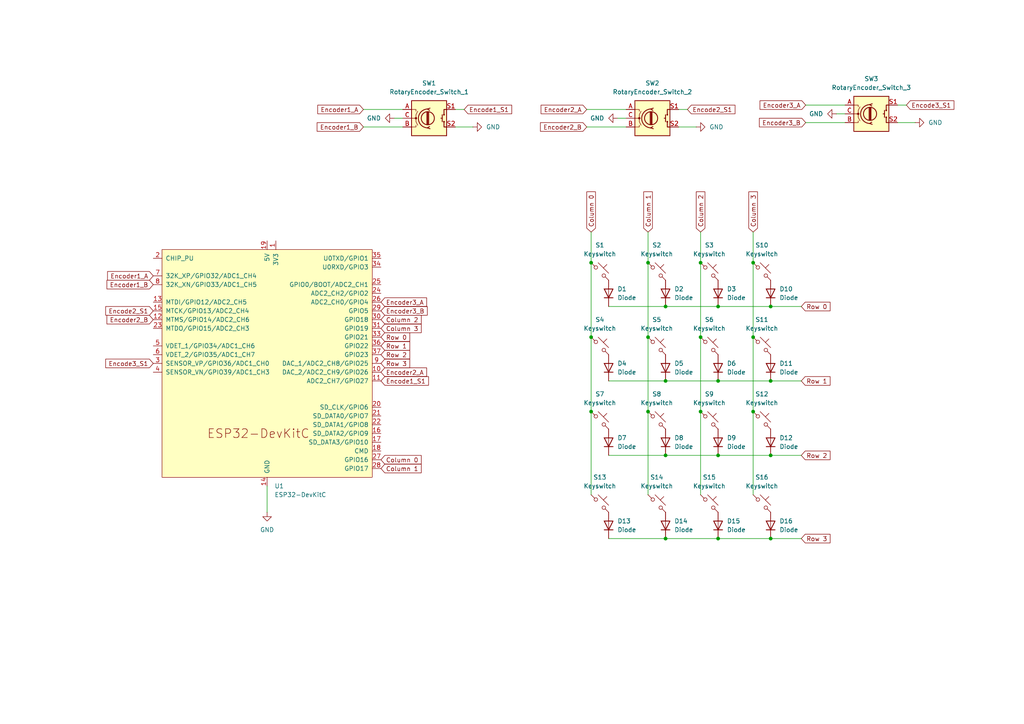
<source format=kicad_sch>
(kicad_sch (version 20250114) (generator "eeschema") (generator_version "9.0")
  (paper "A4")
  (title_block (title "MacroPad") (date "2025-05-19") (rev "0"))
  (lib_symbols
    (symbol "Device:RotaryEncoder_Switch" (pin_names (offset 0.254) (hide yes))
      (property "Reference" "SW" (at 0 6.604 0))
      (property "Value" "RotaryEncoder_Switch" (at 0 -6.604 0))
      (symbol "RotaryEncoder_Switch_0_1"
        (rectangle (start -5.08 5.08) (end 5.08 -5.08) (stroke (width 0.254)) (fill (type background)))
        (polyline (pts (xy -5.08 2.54) (xy -3.81 2.54) (xy -3.81 2.032)))
        (polyline (pts (xy -5.08 0) (xy -3.81 0) (xy -3.81 -1.016) (xy -3.302 -2.032)))
        (polyline (pts (xy -5.08 -2.54) (xy -3.81 -2.54) (xy -3.81 -2.032)))
        (polyline (pts (xy -4.318 0) (xy -3.81 0) (xy -3.81 1.016) (xy -3.302 2.032)))
        (circle (center -3.81 0) (radius 0.254) (fill (type outline)))
        (polyline (pts (xy -0.635 -1.778) (xy -0.635 1.778)) (stroke (width 0.254)))
        (circle (center -0.381 0) (radius 1.905) (stroke (width 0.254)))
        (polyline (pts (xy -0.381 -1.778) (xy -0.381 1.778)) (stroke (width 0.254)))
        (arc (start -0.381 -2.794) (mid -3.0988 -0.0635) (end -0.381 2.667) (stroke (width 0.254)))
        (polyline (pts (xy -0.127 1.778) (xy -0.127 -1.778)) (stroke (width 0.254)))
        (polyline (pts (xy 0.254 2.921) (xy -0.508 2.667) (xy 0.127 2.286)) (stroke (width 0.254)))
        (polyline (pts (xy 0.254 -3.048) (xy -0.508 -2.794) (xy 0.127 -2.413)) (stroke (width 0.254)))
        (polyline (pts (xy 3.81 1.016) (xy 3.81 -1.016)) (stroke (width 0.254)))
        (polyline (pts (xy 3.81 0) (xy 3.429 0)) (stroke (width 0.254)))
        (circle (center 4.318 1.016) (radius 0.127) (stroke (width 0.254)))
        (circle (center 4.318 -1.016) (radius 0.127) (stroke (width 0.254)))
        (polyline (pts (xy 5.08 2.54) (xy 4.318 2.54) (xy 4.318 1.016)) (stroke (width 0.254)))
        (polyline (pts (xy 5.08 -2.54) (xy 4.318 -2.54) (xy 4.318 -1.016)) (stroke (width 0.254)))
      )
      (symbol "RotaryEncoder_Switch_1_1"
        (pin passive line (at -7.62 2.54 0) (length 2.54) (name "A") (number "A"))
        (pin passive line (at -7.62 0 0) (length 2.54) (name "C") (number "C"))
        (pin passive line (at -7.62 -2.54 0) (length 2.54) (name "B") (number "B"))
        (pin passive line (at 7.62 2.54 180) (length 2.54) (name "S1") (number "S1"))
        (pin passive line (at 7.62 -2.54 180) (length 2.54) (name "S2") (number "S2"))
      )
    )
    (symbol "PCM_Espressif:ESP32-DevKitC" (pin_names (offset 1.016))
      (property "Reference" "U" (at -30.48 38.1 0))
      (property "Value" "ESP32-DevKitC" (at -30.48 35.56 0))
      (symbol "ESP32-DevKitC_0_0"
        (text "ESP32-DevKitC" (at -2.54 -20.32 0) (effects (font (size 2.54 2.54))))
        (pin power_in line (at 0 35.56 270) (length 2.54) (name "5V") (number "19"))
        (pin power_in line (at 0 -35.56 90) (length 2.54) (name "GND") (number "14"))
      )
      (symbol "ESP32-DevKitC_0_1"
        (rectangle (start -30.48 33.02) (end 30.48 -33.02) (fill (type background)))
      )
      (symbol "ESP32-DevKitC_1_1"
        (pin input line (at -33.02 30.48 0) (length 2.54) (name "CHIP_PU") (number "2"))
        (pin bidirectional line (at -33.02 25.4 0) (length 2.54) (name "32K_XP/GPIO32/ADC1_CH4") (number "7"))
        (pin bidirectional line (at -33.02 22.86 0) (length 2.54) (name "32K_XN/GPIO33/ADC1_CH5") (number "8"))
        (pin bidirectional line (at -33.02 17.78 0) (length 2.54) (name "MTDI/GPIO12/ADC2_CH5") (number "13"))
        (pin bidirectional line (at -33.02 15.24 0) (length 2.54) (name "MTCK/GPIO13/ADC2_CH4") (number "15"))
        (pin bidirectional line (at -33.02 12.7 0) (length 2.54) (name "MTMS/GPIO14/ADC2_CH6") (number "12"))
        (pin bidirectional line (at -33.02 10.16 0) (length 2.54) (name "MTDO/GPIO15/ADC2_CH3") (number "23"))
        (pin input line (at -33.02 5.08 0) (length 2.54) (name "VDET_1/GPIO34/ADC1_CH6") (number "5"))
        (pin input line (at -33.02 2.54 0) (length 2.54) (name "VDET_2/GPIO35/ADC1_CH7") (number "6"))
        (pin input line (at -33.02 0 0) (length 2.54) (name "SENSOR_VP/GPIO36/ADC1_CH0") (number "3"))
        (pin input line (at -33.02 -2.54 0) (length 2.54) (name "SENSOR_VN/GPIO39/ADC1_CH3") (number "4"))
        (pin passive line (at 0 -35.56 90) (length 2.54) (hide yes) (name "GND") (number "32"))
        (pin passive line (at 0 -35.56 90) (length 2.54) (hide yes) (name "GND") (number "38"))
        (pin power_in line (at 2.54 35.56 270) (length 2.54) (name "3V3") (number "1"))
        (pin bidirectional line (at 33.02 30.48 180) (length 2.54) (name "U0TXD/GPIO1") (number "35"))
        (pin bidirectional line (at 33.02 27.94 180) (length 2.54) (name "U0RXD/GPIO3") (number "34"))
        (pin bidirectional line (at 33.02 22.86 180) (length 2.54) (name "GPIO0/BOOT/ADC2_CH1") (number "25"))
        (pin bidirectional line (at 33.02 20.32 180) (length 2.54) (name "ADC2_CH2/GPIO2") (number "24"))
        (pin bidirectional line (at 33.02 17.78 180) (length 2.54) (name "ADC2_CH0/GPIO4") (number "26"))
        (pin bidirectional line (at 33.02 15.24 180) (length 2.54) (name "GPIO5") (number "29"))
        (pin bidirectional line (at 33.02 12.7 180) (length 2.54) (name "GPIO18") (number "30"))
        (pin bidirectional line (at 33.02 10.16 180) (length 2.54) (name "GPIO19") (number "31"))
        (pin bidirectional line (at 33.02 7.62 180) (length 2.54) (name "GPIO21") (number "33"))
        (pin bidirectional line (at 33.02 5.08 180) (length 2.54) (name "GPIO22") (number "36"))
        (pin bidirectional line (at 33.02 2.54 180) (length 2.54) (name "GPIO23") (number "37"))
        (pin bidirectional line (at 33.02 0 180) (length 2.54) (name "DAC_1/ADC2_CH8/GPIO25") (number "9"))
        (pin bidirectional line (at 33.02 -2.54 180) (length 2.54) (name "DAC_2/ADC2_CH9/GPIO26") (number "10"))
        (pin bidirectional line (at 33.02 -5.08 180) (length 2.54) (name "ADC2_CH7/GPIO27") (number "11"))
        (pin bidirectional line (at 33.02 -12.7 180) (length 2.54) (name "SD_CLK/GPIO6") (number "20"))
        (pin bidirectional line (at 33.02 -15.24 180) (length 2.54) (name "SD_DATA0/GPIO7") (number "21"))
        (pin bidirectional line (at 33.02 -17.78 180) (length 2.54) (name "SD_DATA1/GPIO8") (number "22"))
        (pin bidirectional line (at 33.02 -20.32 180) (length 2.54) (name "SD_DATA2/GPIO9") (number "16"))
        (pin bidirectional line (at 33.02 -22.86 180) (length 2.54) (name "SD_DATA3/GPIO10") (number "17"))
        (pin bidirectional line (at 33.02 -25.4 180) (length 2.54) (name "CMD") (number "18"))
        (pin bidirectional line (at 33.02 -27.94 180) (length 2.54) (name "GPIO16") (number "27"))
        (pin bidirectional line (at 33.02 -30.48 180) (length 2.54) (name "GPIO17") (number "28"))
      )
    )
    (symbol "Scottokeebs:Placeholder_Diode" (pin_numbers (hide yes)) (pin_names (hide yes))
      (property "Reference" "D" (at 0 2.54 0))
      (property "Value" "Diode" (at 0 -2.54 0))
      (symbol "Placeholder_Diode_0_1"
        (polyline (pts (xy -1.27 1.27) (xy -1.27 -1.27)) (stroke (width 0.254)))
        (polyline (pts (xy 1.27 1.27) (xy 1.27 -1.27) (xy -1.27 0) (xy 1.27 1.27)) (stroke (width 0.254)))
        (polyline (pts (xy 1.27 0) (xy -1.27 0)))
      )
      (symbol "Placeholder_Diode_1_1"
        (pin passive line (at -3.81 0 0) (length 2.54) (name "K") (number "1"))
        (pin passive line (at 3.81 0 180) (length 2.54) (name "A") (number "2"))
      )
    )
    (symbol "Scottokeebs:Placeholder_Keyswitch" (pin_numbers (hide yes)) (pin_names (offset 1.016) (hide yes))
      (property "Reference" "S" (at 3.048 1.016 0))
      (property "Value" "Keyswitch" (at 0 -3.81 0))
      (symbol "Placeholder_Keyswitch_0_1"
        (polyline (pts (xy -2.54 2.54) (xy -1.524 1.524) (xy -1.524 1.524)))
        (circle (center -1.1684 1.1684) (radius 0.508))
        (polyline (pts (xy -0.508 2.54) (xy 2.54 -0.508)))
        (polyline (pts (xy 1.016 1.016) (xy 2.032 2.032)))
        (circle (center 1.143 -1.1938) (radius 0.508))
        (polyline (pts (xy 1.524 -1.524) (xy 2.54 -2.54) (xy 2.54 -2.54) (xy 2.54 -2.54)))
        (pin passive line (at -2.54 2.54 0) (length 0) (name "1") (number "1"))
        (pin passive line (at 2.54 -2.54 180) (length 0) (name "2") (number "2"))
      )
    )
    (symbol "power:GND" (power) (pin_numbers (hide yes)) (pin_names (offset 0) (hide yes))
      (property "Value" "GND" (at 0 -3.81 0))
      (symbol "GND_0_1"
        (polyline (pts (xy 0 0) (xy 0 -1.27) (xy 1.27 -1.27) (xy 0 -2.54) (xy -1.27 -1.27) (xy 0 -1.27)))
      )
      (symbol "GND_1_1"
        (pin power_in line (at 0 0 270) (length 0) (name "~") (number "1"))
      )
    )
  )
  (junction (at 171.45 97.79))
  (junction (at 223.52 88.9))
  (junction (at 203.2 97.79))
  (junction (at 218.44 119.38))
  (junction (at 171.45 76.2))
  (junction (at 203.2 119.38))
  (junction (at 187.96 119.38))
  (junction (at 218.44 76.2))
  (junction (at 193.04 110.49))
  (junction (at 193.04 88.9))
  (junction (at 193.04 156.21))
  (junction (at 208.28 88.9))
  (junction (at 208.28 156.21))
  (junction (at 187.96 76.2))
  (junction (at 218.44 97.79))
  (junction (at 223.52 156.21))
  (junction (at 171.45 119.38))
  (junction (at 208.28 110.49))
  (junction (at 187.96 97.79))
  (junction (at 223.52 110.49))
  (junction (at 203.2 76.2))
  (junction (at 223.52 132.08))
  (junction (at 208.28 132.08))
  (junction (at 193.04 132.08))
  (wire (pts (xy 218.44 76.2) (xy 218.44 97.79)))
  (wire (pts (xy 242.57 33.02) (xy 245.11 33.02)))
  (wire (pts (xy 176.53 110.49) (xy 193.04 110.49)))
  (wire (pts (xy 187.96 67.31) (xy 187.96 76.2)))
  (wire (pts (xy 114.3 34.29) (xy 116.84 34.29)))
  (wire (pts (xy 262.89 30.48) (xy 260.35 30.48)))
  (wire (pts (xy 203.2 76.2) (xy 203.2 97.79)))
  (wire (pts (xy 193.04 110.49) (xy 208.28 110.49)))
  (wire (pts (xy 176.53 132.08) (xy 193.04 132.08)))
  (wire (pts (xy 203.2 67.31) (xy 203.2 76.2)))
  (wire (pts (xy 170.18 31.75) (xy 181.61 31.75)))
  (wire (pts (xy 193.04 132.08) (xy 208.28 132.08)))
  (wire (pts (xy 134.62 31.75) (xy 132.08 31.75)))
  (wire (pts (xy 208.28 88.9) (xy 223.52 88.9)))
  (wire (pts (xy 218.44 97.79) (xy 218.44 119.38)))
  (wire (pts (xy 171.45 67.31) (xy 171.45 76.2)))
  (wire (pts (xy 208.28 110.49) (xy 223.52 110.49)))
  (wire (pts (xy 218.44 67.31) (xy 218.44 76.2)))
  (wire (pts (xy 77.47 140.97) (xy 77.47 148.59)))
  (wire (pts (xy 233.68 35.56) (xy 245.11 35.56)))
  (wire (pts (xy 179.07 34.29) (xy 181.61 34.29)))
  (wire (pts (xy 218.44 119.38) (xy 218.44 143.51)))
  (wire (pts (xy 232.41 156.21) (xy 223.52 156.21)))
  (wire (pts (xy 193.04 156.21) (xy 208.28 156.21)))
  (wire (pts (xy 232.41 88.9) (xy 223.52 88.9)))
  (wire (pts (xy 171.45 76.2) (xy 171.45 97.79)))
  (wire (pts (xy 208.28 156.21) (xy 223.52 156.21)))
  (wire (pts (xy 171.45 97.79) (xy 171.45 119.38)))
  (wire (pts (xy 201.93 36.83) (xy 196.85 36.83)))
  (wire (pts (xy 193.04 88.9) (xy 208.28 88.9)))
  (wire (pts (xy 233.68 30.48) (xy 245.11 30.48)))
  (wire (pts (xy 176.53 88.9) (xy 193.04 88.9)))
  (wire (pts (xy 187.96 119.38) (xy 187.96 143.51)))
  (wire (pts (xy 203.2 119.38) (xy 203.2 143.51)))
  (wire (pts (xy 176.53 156.21) (xy 193.04 156.21)))
  (wire (pts (xy 137.16 36.83) (xy 132.08 36.83)))
  (wire (pts (xy 170.18 36.83) (xy 181.61 36.83)))
  (wire (pts (xy 203.2 97.79) (xy 203.2 119.38)))
  (wire (pts (xy 187.96 97.79) (xy 187.96 119.38)))
  (wire (pts (xy 199.39 31.75) (xy 196.85 31.75)))
  (wire (pts (xy 208.28 132.08) (xy 223.52 132.08)))
  (wire (pts (xy 171.45 119.38) (xy 171.45 143.51)))
  (wire (pts (xy 187.96 76.2) (xy 187.96 97.79)))
  (wire (pts (xy 232.41 132.08) (xy 223.52 132.08)))
  (wire (pts (xy 265.43 35.56) (xy 260.35 35.56)))
  (wire (pts (xy 232.41 110.49) (xy 223.52 110.49)))
  (wire (pts (xy 105.41 36.83) (xy 116.84 36.83)))
  (wire (pts (xy 105.41 31.75) (xy 116.84 31.75)))
  (global_label "Encoder2_A" (shape input) (at 170.18 31.75 180) (property "Intersheetrefs" "${INTERSHEET_REFS}" (effects (hide yes))))
  (global_label "Encoder2_A" (shape input) (at 110.49 107.95 0) (property "Intersheetrefs" "${INTERSHEET_REFS}" (effects (hide yes))))
  (global_label "Encoder3_A" (shape input) (at 110.49 87.63 0) (property "Intersheetrefs" "${INTERSHEET_REFS}" (effects (hide yes))))
  (global_label "Encode3_S1" (shape input) (at 262.89 30.48 0) (property "Intersheetrefs" "${INTERSHEET_REFS}" (effects (hide yes))))
  (global_label "Encoder2_B" (shape input) (at 44.45 92.71 180) (property "Intersheetrefs" "${INTERSHEET_REFS}" (effects (hide yes))))
  (global_label "Row 1" (shape input) (at 232.41 110.49 0) (property "Intersheetrefs" "${INTERSHEET_REFS}" (effects (hide yes))))
  (global_label "Encode3_S1" (shape input) (at 44.45 105.41 180) (property "Intersheetrefs" "${INTERSHEET_REFS}" (effects (hide yes))))
  (global_label "Encoder3_B" (shape input) (at 233.68 35.56 180) (property "Intersheetrefs" "${INTERSHEET_REFS}" (effects (hide yes))))
  (global_label "Encoder2_B" (shape input) (at 170.18 36.83 180) (property "Intersheetrefs" "${INTERSHEET_REFS}" (effects (hide yes))))
  (global_label "Row 3" (shape input) (at 232.41 156.21 0) (property "Intersheetrefs" "${INTERSHEET_REFS}" (effects (hide yes))))
  (global_label "Row 0" (shape input) (at 110.49 97.79 0) (property "Intersheetrefs" "${INTERSHEET_REFS}" (effects (hide yes))))
  (global_label "Encoder1_B" (shape input) (at 44.45 82.55 180) (property "Intersheetrefs" "${INTERSHEET_REFS}" (effects (hide yes))))
  (global_label "Column 3" (shape input) (at 218.44 67.31 90) (property "Intersheetrefs" "${INTERSHEET_REFS}" (effects (hide yes))))
  (global_label "Encoder3_B" (shape input) (at 110.49 90.17 0) (property "Intersheetrefs" "${INTERSHEET_REFS}" (effects (hide yes))))
  (global_label "Encode2_S1" (shape input) (at 44.45 90.17 180) (property "Intersheetrefs" "${INTERSHEET_REFS}" (effects (hide yes))))
  (global_label "Encode2_S1" (shape input) (at 199.39 31.75 0) (property "Intersheetrefs" "${INTERSHEET_REFS}" (effects (hide yes))))
  (global_label "Encoder3_A" (shape input) (at 233.68 30.48 180) (property "Intersheetrefs" "${INTERSHEET_REFS}" (effects (hide yes))))
  (global_label "Encode1_S1" (shape input) (at 110.49 110.49 0) (property "Intersheetrefs" "${INTERSHEET_REFS}" (effects (hide yes))))
  (global_label "Column 0" (shape input) (at 171.45 67.31 90) (property "Intersheetrefs" "${INTERSHEET_REFS}" (effects (hide yes))))
  (global_label "Encode1_S1" (shape input) (at 134.62 31.75 0) (property "Intersheetrefs" "${INTERSHEET_REFS}" (effects (hide yes))))
  (global_label "Encoder1_A" (shape input) (at 105.41 31.75 180) (property "Intersheetrefs" "${INTERSHEET_REFS}" (effects (hide yes))))
  (global_label "Column 0" (shape input) (at 110.49 133.35 0) (property "Intersheetrefs" "${INTERSHEET_REFS}" (effects (hide yes))))
  (global_label "Row 3" (shape input) (at 110.49 105.41 0) (property "Intersheetrefs" "${INTERSHEET_REFS}" (effects (hide yes))))
  (global_label "Column 2" (shape input) (at 110.49 92.71 0) (property "Intersheetrefs" "${INTERSHEET_REFS}" (effects (hide yes))))
  (global_label "Encoder1_A" (shape input) (at 44.45 80.01 180) (property "Intersheetrefs" "${INTERSHEET_REFS}" (effects (hide yes))))
  (global_label "Row 1" (shape input) (at 110.49 100.33 0) (property "Intersheetrefs" "${INTERSHEET_REFS}" (effects (hide yes))))
  (global_label "Column 1" (shape input) (at 110.49 135.89 0) (property "Intersheetrefs" "${INTERSHEET_REFS}" (effects (hide yes))))
  (global_label "Column 3" (shape input) (at 110.49 95.25 0) (property "Intersheetrefs" "${INTERSHEET_REFS}" (effects (hide yes))))
  (global_label "Column 1" (shape input) (at 187.96 67.31 90) (property "Intersheetrefs" "${INTERSHEET_REFS}" (effects (hide yes))))
  (global_label "Encoder1_B" (shape input) (at 105.41 36.83 180) (property "Intersheetrefs" "${INTERSHEET_REFS}" (effects (hide yes))))
  (global_label "Row 0" (shape input) (at 232.41 88.9 0) (property "Intersheetrefs" "${INTERSHEET_REFS}" (effects (hide yes))))
  (global_label "Row 2" (shape input) (at 232.41 132.08 0) (property "Intersheetrefs" "${INTERSHEET_REFS}" (effects (hide yes))))
  (global_label "Column 2" (shape input) (at 203.2 67.31 90) (property "Intersheetrefs" "${INTERSHEET_REFS}" (effects (hide yes))))
  (global_label "Row 2" (shape input) (at 110.49 102.87 0) (property "Intersheetrefs" "${INTERSHEET_REFS}" (effects (hide yes))))
  (symbol (lib_id "Scottokeebs:Placeholder_Keyswitch") (at 205.74 100.33 0) (unit 1)
    (property "Reference" "S6" (at 205.74 92.71 0))
    (property "Value" "Keyswitch" (at 205.74 95.25 0))
    (property "Footprint" "ScottoKeebs_MX:MX_PCB_1.00u" (effects (hide yes)))
    (property "Description" "Push button switch, normally open, two pins, 45° tilted" (effects (hide yes)))
  )
  (symbol (lib_id "Scottokeebs:Placeholder_Diode") (at 208.28 85.09 90) (unit 1)
    (property "Reference" "D3" (at 210.82 83.8199 90) (effects (justify right)))
    (property "Value" "Diode" (at 210.82 86.3599 90) (effects (justify right)))
    (property "Footprint" "ScottoKeebs_Components:Diode_DO-35" (effects (hide yes)))
    (property "Description" "1N4148 (DO-35) or 1N4148W (SOD-123)" (effects (hide yes)))
    (property "Sim.Device" "D" (effects (hide yes)))
    (property "Sim.Pins" "1=K 2=A" (effects (hide yes)))
  )
  (symbol (lib_id "Scottokeebs:Placeholder_Keyswitch") (at 220.98 78.74 0) (unit 1)
    (property "Reference" "S10" (at 220.98 71.12 0))
    (property "Value" "Keyswitch" (at 220.98 73.66 0))
    (property "Footprint" "ScottoKeebs_MX:MX_PCB_1.00u" (effects (hide yes)))
    (property "Description" "Push button switch, normally open, two pins, 45° tilted" (effects (hide yes)))
  )
  (symbol (lib_id "Scottokeebs:Placeholder_Diode") (at 223.52 128.27 90) (unit 1)
    (property "Reference" "D12" (at 226.06 126.9999 90) (effects (justify right)))
    (property "Value" "Diode" (at 226.06 129.5399 90) (effects (justify right)))
    (property "Footprint" "ScottoKeebs_Components:Diode_DO-35" (effects (hide yes)))
    (property "Description" "1N4148 (DO-35) or 1N4148W (SOD-123)" (effects (hide yes)))
    (property "Sim.Device" "D" (effects (hide yes)))
    (property "Sim.Pins" "1=K 2=A" (effects (hide yes)))
  )
  (symbol (lib_id "Scottokeebs:Placeholder_Keyswitch") (at 190.5 121.92 0) (unit 1)
    (property "Reference" "S8" (at 190.5 114.3 0))
    (property "Value" "Keyswitch" (at 190.5 116.84 0))
    (property "Footprint" "ScottoKeebs_MX:MX_PCB_1.00u" (effects (hide yes)))
    (property "Description" "Push button switch, normally open, two pins, 45° tilted" (effects (hide yes)))
  )
  (symbol (lib_id "Scottokeebs:Placeholder_Diode") (at 193.04 152.4 90) (unit 1)
    (property "Reference" "D14" (at 195.58 151.1299 90) (effects (justify right)))
    (property "Value" "Diode" (at 195.58 153.6699 90) (effects (justify right)))
    (property "Footprint" "ScottoKeebs_Components:Diode_DO-35" (effects (hide yes)))
    (property "Description" "1N4148 (DO-35) or 1N4148W (SOD-123)" (effects (hide yes)))
    (property "Sim.Device" "D" (effects (hide yes)))
    (property "Sim.Pins" "1=K 2=A" (effects (hide yes)))
  )
  (symbol (lib_id "Scottokeebs:Placeholder_Keyswitch") (at 173.99 121.92 0) (unit 1)
    (property "Reference" "S7" (at 173.99 114.3 0))
    (property "Value" "Keyswitch" (at 173.99 116.84 0))
    (property "Footprint" "ScottoKeebs_MX:MX_PCB_1.00u" (effects (hide yes)))
    (property "Description" "Push button switch, normally open, two pins, 45° tilted" (effects (hide yes)))
  )
  (symbol (lib_id "Scottokeebs:Placeholder_Keyswitch") (at 205.74 78.74 0) (unit 1)
    (property "Reference" "S3" (at 205.74 71.12 0))
    (property "Value" "Keyswitch" (at 205.74 73.66 0))
    (property "Footprint" "ScottoKeebs_MX:MX_PCB_1.00u" (effects (hide yes)))
    (property "Description" "Push button switch, normally open, two pins, 45° tilted" (effects (hide yes)))
  )
  (symbol (lib_id "power:GND") (at 77.47 148.59 0) (unit 1)
    (property "Reference" "#PWR01" (effects (hide yes)))
    (property "Value" "GND" (at 77.47 153.67 0))
    (property "Description" "Power symbol creates a global label with name \"GND\" , ground" (effects (hide yes)))
  )
  (symbol (lib_id "Scottokeebs:Placeholder_Keyswitch") (at 220.98 146.05 0) (unit 1)
    (property "Reference" "S16" (at 220.98 138.43 0))
    (property "Value" "Keyswitch" (at 220.98 140.97 0))
    (property "Footprint" "ScottoKeebs_MX:MX_PCB_1.00u" (effects (hide yes)))
    (property "Description" "Push button switch, normally open, two pins, 45° tilted" (effects (hide yes)))
  )
  (symbol (lib_id "Scottokeebs:Placeholder_Diode") (at 176.53 85.09 90) (unit 1)
    (property "Reference" "D1" (at 179.07 83.8199 90) (effects (justify right)))
    (property "Value" "Diode" (at 179.07 86.3599 90) (effects (justify right)))
    (property "Footprint" "ScottoKeebs_Components:Diode_DO-35" (effects (hide yes)))
    (property "Description" "1N4148 (DO-35) or 1N4148W (SOD-123)" (effects (hide yes)))
    (property "Sim.Device" "D" (effects (hide yes)))
    (property "Sim.Pins" "1=K 2=A" (effects (hide yes)))
  )
  (symbol (lib_id "Scottokeebs:Placeholder_Diode") (at 176.53 152.4 90) (unit 1)
    (property "Reference" "D13" (at 179.07 151.1299 90) (effects (justify right)))
    (property "Value" "Diode" (at 179.07 153.6699 90) (effects (justify right)))
    (property "Footprint" "ScottoKeebs_Components:Diode_DO-35" (effects (hide yes)))
    (property "Description" "1N4148 (DO-35) or 1N4148W (SOD-123)" (effects (hide yes)))
    (property "Sim.Device" "D" (effects (hide yes)))
    (property "Sim.Pins" "1=K 2=A" (effects (hide yes)))
  )
  (symbol (lib_id "Scottokeebs:Placeholder_Keyswitch") (at 205.74 146.05 0) (unit 1)
    (property "Reference" "S15" (at 205.74 138.43 0))
    (property "Value" "Keyswitch" (at 205.74 140.97 0))
    (property "Footprint" "ScottoKeebs_MX:MX_PCB_1.00u" (effects (hide yes)))
    (property "Description" "Push button switch, normally open, two pins, 45° tilted" (effects (hide yes)))
  )
  (symbol (lib_id "power:GND") (at 114.3 34.29 270) (unit 1)
    (property "Reference" "#PWR02" (effects (hide yes)))
    (property "Value" "GND" (at 110.49 34.2899 90) (effects (justify right)))
    (property "Description" "Power symbol creates a global label with name \"GND\" , ground" (effects (hide yes)))
  )
  (symbol (lib_id "Device:RotaryEncoder_Switch") (at 189.23 34.29 0) (unit 1)
    (property "Reference" "SW2" (at 189.23 24.13 0))
    (property "Value" "RotaryEncoder_Switch_2" (at 189.23 26.67 0))
    (property "Description" "Rotary encoder, dual channel, incremental quadrate outputs, with switch" (effects (hide yes)))
  )
  (symbol (lib_id "Scottokeebs:Placeholder_Diode") (at 208.28 128.27 90) (unit 1)
    (property "Reference" "D9" (at 210.82 126.9999 90) (effects (justify right)))
    (property "Value" "Diode" (at 210.82 129.5399 90) (effects (justify right)))
    (property "Footprint" "ScottoKeebs_Components:Diode_DO-35" (effects (hide yes)))
    (property "Description" "1N4148 (DO-35) or 1N4148W (SOD-123)" (effects (hide yes)))
    (property "Sim.Device" "D" (effects (hide yes)))
    (property "Sim.Pins" "1=K 2=A" (effects (hide yes)))
  )
  (symbol (lib_id "power:GND") (at 265.43 35.56 90) (unit 1)
    (property "Reference" "#PWR07" (effects (hide yes)))
    (property "Value" "GND" (at 269.24 35.5599 90) (effects (justify right)))
    (property "Description" "Power symbol creates a global label with name \"GND\" , ground" (effects (hide yes)))
  )
  (symbol (lib_id "Scottokeebs:Placeholder_Keyswitch") (at 190.5 146.05 0) (unit 1)
    (property "Reference" "S14" (at 190.5 138.43 0))
    (property "Value" "Keyswitch" (at 190.5 140.97 0))
    (property "Footprint" "ScottoKeebs_MX:MX_PCB_1.00u" (effects (hide yes)))
    (property "Description" "Push button switch, normally open, two pins, 45° tilted" (effects (hide yes)))
  )
  (symbol (lib_id "Scottokeebs:Placeholder_Diode") (at 176.53 128.27 90) (unit 1)
    (property "Reference" "D7" (at 179.07 126.9999 90) (effects (justify right)))
    (property "Value" "Diode" (at 179.07 129.5399 90) (effects (justify right)))
    (property "Footprint" "ScottoKeebs_Components:Diode_DO-35" (effects (hide yes)))
    (property "Description" "1N4148 (DO-35) or 1N4148W (SOD-123)" (effects (hide yes)))
    (property "Sim.Device" "D" (effects (hide yes)))
    (property "Sim.Pins" "1=K 2=A" (effects (hide yes)))
  )
  (symbol (lib_id "power:GND") (at 201.93 36.83 90) (unit 1)
    (property "Reference" "#PWR05" (effects (hide yes)))
    (property "Value" "GND" (at 205.74 36.8299 90) (effects (justify right)))
    (property "Description" "Power symbol creates a global label with name \"GND\" , ground" (effects (hide yes)))
  )
  (symbol (lib_id "Scottokeebs:Placeholder_Keyswitch") (at 173.99 146.05 0) (unit 1)
    (property "Reference" "S13" (at 173.99 138.43 0))
    (property "Value" "Keyswitch" (at 173.99 140.97 0))
    (property "Footprint" "ScottoKeebs_MX:MX_PCB_1.00u" (effects (hide yes)))
    (property "Description" "Push button switch, normally open, two pins, 45° tilted" (effects (hide yes)))
  )
  (symbol (lib_id "Scottokeebs:Placeholder_Keyswitch") (at 190.5 100.33 0) (unit 1)
    (property "Reference" "S5" (at 190.5 92.71 0))
    (property "Value" "Keyswitch" (at 190.5 95.25 0))
    (property "Footprint" "ScottoKeebs_MX:MX_PCB_1.00u" (effects (hide yes)))
    (property "Description" "Push button switch, normally open, two pins, 45° tilted" (effects (hide yes)))
  )
  (symbol (lib_id "Scottokeebs:Placeholder_Diode") (at 193.04 106.68 90) (unit 1)
    (property "Reference" "D5" (at 195.58 105.4099 90) (effects (justify right)))
    (property "Value" "Diode" (at 195.58 107.9499 90) (effects (justify right)))
    (property "Footprint" "ScottoKeebs_Components:Diode_DO-35" (effects (hide yes)))
    (property "Description" "1N4148 (DO-35) or 1N4148W (SOD-123)" (effects (hide yes)))
    (property "Sim.Device" "D" (effects (hide yes)))
    (property "Sim.Pins" "1=K 2=A" (effects (hide yes)))
  )
  (symbol (lib_id "Scottokeebs:Placeholder_Diode") (at 176.53 106.68 90) (unit 1)
    (property "Reference" "D4" (at 179.07 105.4099 90) (effects (justify right)))
    (property "Value" "Diode" (at 179.07 107.9499 90) (effects (justify right)))
    (property "Footprint" "ScottoKeebs_Components:Diode_DO-35" (effects (hide yes)))
    (property "Description" "1N4148 (DO-35) or 1N4148W (SOD-123)" (effects (hide yes)))
    (property "Sim.Device" "D" (effects (hide yes)))
    (property "Sim.Pins" "1=K 2=A" (effects (hide yes)))
  )
  (symbol (lib_id "Scottokeebs:Placeholder_Diode") (at 223.52 152.4 90) (unit 1)
    (property "Reference" "D16" (at 226.06 151.1299 90) (effects (justify right)))
    (property "Value" "Diode" (at 226.06 153.6699 90) (effects (justify right)))
    (property "Footprint" "ScottoKeebs_Components:Diode_DO-35" (effects (hide yes)))
    (property "Description" "1N4148 (DO-35) or 1N4148W (SOD-123)" (effects (hide yes)))
    (property "Sim.Device" "D" (effects (hide yes)))
    (property "Sim.Pins" "1=K 2=A" (effects (hide yes)))
  )
  (symbol (lib_id "Scottokeebs:Placeholder_Keyswitch") (at 173.99 100.33 0) (unit 1)
    (property "Reference" "S4" (at 173.99 92.71 0))
    (property "Value" "Keyswitch" (at 173.99 95.25 0))
    (property "Footprint" "ScottoKeebs_MX:MX_PCB_1.00u" (effects (hide yes)))
    (property "Description" "Push button switch, normally open, two pins, 45° tilted" (effects (hide yes)))
  )
  (symbol (lib_id "Scottokeebs:Placeholder_Diode") (at 193.04 85.09 90) (unit 1)
    (property "Reference" "D2" (at 195.58 83.8199 90) (effects (justify right)))
    (property "Value" "Diode" (at 195.58 86.3599 90) (effects (justify right)))
    (property "Footprint" "ScottoKeebs_Components:Diode_DO-35" (effects (hide yes)))
    (property "Description" "1N4148 (DO-35) or 1N4148W (SOD-123)" (effects (hide yes)))
    (property "Sim.Device" "D" (effects (hide yes)))
    (property "Sim.Pins" "1=K 2=A" (effects (hide yes)))
  )
  (symbol (lib_id "Scottokeebs:Placeholder_Keyswitch") (at 220.98 100.33 0) (unit 1)
    (property "Reference" "S11" (at 220.98 92.71 0))
    (property "Value" "Keyswitch" (at 220.98 95.25 0))
    (property "Footprint" "ScottoKeebs_MX:MX_PCB_1.00u" (effects (hide yes)))
    (property "Description" "Push button switch, normally open, two pins, 45° tilted" (effects (hide yes)))
  )
  (symbol (lib_id "Scottokeebs:Placeholder_Keyswitch") (at 173.99 78.74 0) (unit 1)
    (property "Reference" "S1" (at 173.99 71.12 0))
    (property "Value" "Keyswitch" (at 173.99 73.66 0))
    (property "Footprint" "ScottoKeebs_MX:MX_PCB_1.00u" (effects (hide yes)))
    (property "Description" "Push button switch, normally open, two pins, 45° tilted" (effects (hide yes)))
  )
  (symbol (lib_id "Device:RotaryEncoder_Switch") (at 124.46 34.29 0) (unit 1)
    (property "Reference" "SW1" (at 124.46 24.13 0))
    (property "Value" "RotaryEncoder_Switch_1" (at 124.46 26.67 0))
    (property "Description" "Rotary encoder, dual channel, incremental quadrate outputs, with switch" (effects (hide yes)))
  )
  (symbol (lib_id "power:GND") (at 179.07 34.29 270) (unit 1)
    (property "Reference" "#PWR04" (effects (hide yes)))
    (property "Value" "GND" (at 175.26 34.2899 90) (effects (justify right)))
    (property "Description" "Power symbol creates a global label with name \"GND\" , ground" (effects (hide yes)))
  )
  (symbol (lib_id "Scottokeebs:Placeholder_Diode") (at 208.28 106.68 90) (unit 1)
    (property "Reference" "D6" (at 210.82 105.4099 90) (effects (justify right)))
    (property "Value" "Diode" (at 210.82 107.9499 90) (effects (justify right)))
    (property "Footprint" "ScottoKeebs_Components:Diode_DO-35" (effects (hide yes)))
    (property "Description" "1N4148 (DO-35) or 1N4148W (SOD-123)" (effects (hide yes)))
    (property "Sim.Device" "D" (effects (hide yes)))
    (property "Sim.Pins" "1=K 2=A" (effects (hide yes)))
  )
  (symbol (lib_id "Scottokeebs:Placeholder_Keyswitch") (at 220.98 121.92 0) (unit 1)
    (property "Reference" "S12" (at 220.98 114.3 0))
    (property "Value" "Keyswitch" (at 220.98 116.84 0))
    (property "Footprint" "ScottoKeebs_MX:MX_PCB_1.00u" (effects (hide yes)))
    (property "Description" "Push button switch, normally open, two pins, 45° tilted" (effects (hide yes)))
  )
  (symbol (lib_id "power:GND") (at 137.16 36.83 90) (unit 1)
    (property "Reference" "#PWR03" (effects (hide yes)))
    (property "Value" "GND" (at 140.97 36.8299 90) (effects (justify right)))
    (property "Description" "Power symbol creates a global label with name \"GND\" , ground" (effects (hide yes)))
  )
  (symbol (lib_id "PCM_Espressif:ESP32-DevKitC") (at 77.47 105.41 0) (unit 1)
    (property "Reference" "U1" (at 79.6133 140.97 0) (effects (justify left)))
    (property "Value" "ESP32-DevKitC" (at 79.6133 143.51 0) (effects (justify left)))
    (property "Footprint" "PCM_Espressif:ESP32-DevKitC" (effects (hide yes)))
    (property "Datasheet" "https://docs.espressif.com/projects/esp-idf/zh_CN/latest/esp32/hw-reference/esp32/get-started-devkitc.html" (effects (hide yes)))
    (property "Description" "Development Kit" (effects (hide yes)))
  )
  (symbol (lib_id "Scottokeebs:Placeholder_Diode") (at 208.28 152.4 90) (unit 1)
    (property "Reference" "D15" (at 210.82 151.1299 90) (effects (justify right)))
    (property "Value" "Diode" (at 210.82 153.6699 90) (effects (justify right)))
    (property "Footprint" "ScottoKeebs_Components:Diode_DO-35" (effects (hide yes)))
    (property "Description" "1N4148 (DO-35) or 1N4148W (SOD-123)" (effects (hide yes)))
    (property "Sim.Device" "D" (effects (hide yes)))
    (property "Sim.Pins" "1=K 2=A" (effects (hide yes)))
  )
  (symbol (lib_id "Scottokeebs:Placeholder_Diode") (at 223.52 106.68 90) (unit 1)
    (property "Reference" "D11" (at 226.06 105.4099 90) (effects (justify right)))
    (property "Value" "Diode" (at 226.06 107.9499 90) (effects (justify right)))
    (property "Footprint" "ScottoKeebs_Components:Diode_DO-35" (effects (hide yes)))
    (property "Description" "1N4148 (DO-35) or 1N4148W (SOD-123)" (effects (hide yes)))
    (property "Sim.Device" "D" (effects (hide yes)))
    (property "Sim.Pins" "1=K 2=A" (effects (hide yes)))
  )
  (symbol (lib_id "Scottokeebs:Placeholder_Diode") (at 223.52 85.09 90) (unit 1)
    (property "Reference" "D10" (at 226.06 83.8199 90) (effects (justify right)))
    (property "Value" "Diode" (at 226.06 86.3599 90) (effects (justify right)))
    (property "Footprint" "ScottoKeebs_Components:Diode_DO-35" (effects (hide yes)))
    (property "Description" "1N4148 (DO-35) or 1N4148W (SOD-123)" (effects (hide yes)))
    (property "Sim.Device" "D" (effects (hide yes)))
    (property "Sim.Pins" "1=K 2=A" (effects (hide yes)))
  )
  (symbol (lib_id "Scottokeebs:Placeholder_Diode") (at 193.04 128.27 90) (unit 1)
    (property "Reference" "D8" (at 195.58 126.9999 90) (effects (justify right)))
    (property "Value" "Diode" (at 195.58 129.5399 90) (effects (justify right)))
    (property "Footprint" "ScottoKeebs_Components:Diode_DO-35" (effects (hide yes)))
    (property "Description" "1N4148 (DO-35) or 1N4148W (SOD-123)" (effects (hide yes)))
    (property "Sim.Device" "D" (effects (hide yes)))
    (property "Sim.Pins" "1=K 2=A" (effects (hide yes)))
  )
  (symbol (lib_id "Device:RotaryEncoder_Switch") (at 252.73 33.02 0) (unit 1)
    (property "Reference" "SW3" (at 252.73 22.86 0))
    (property "Value" "RotaryEncoder_Switch_3" (at 252.73 25.4 0))
    (property "Description" "Rotary encoder, dual channel, incremental quadrate outputs, with switch" (effects (hide yes)))
  )
  (symbol (lib_id "Scottokeebs:Placeholder_Keyswitch") (at 205.74 121.92 0) (unit 1)
    (property "Reference" "S9" (at 205.74 114.3 0))
    (property "Value" "Keyswitch" (at 205.74 116.84 0))
    (property "Footprint" "ScottoKeebs_MX:MX_PCB_1.00u" (effects (hide yes)))
    (property "Description" "Push button switch, normally open, two pins, 45° tilted" (effects (hide yes)))
  )
  (symbol (lib_id "Scottokeebs:Placeholder_Keyswitch") (at 190.5 78.74 0) (unit 1)
    (property "Reference" "S2" (at 190.5 71.12 0))
    (property "Value" "Keyswitch" (at 190.5 73.66 0))
    (property "Footprint" "ScottoKeebs_MX:MX_PCB_1.00u" (effects (hide yes)))
    (property "Description" "Push button switch, normally open, two pins, 45° tilted" (effects (hide yes)))
  )
  (symbol (lib_id "power:GND") (at 242.57 33.02 270) (unit 1)
    (property "Reference" "#PWR06" (effects (hide yes)))
    (property "Value" "GND" (at 238.76 33.0199 90) (effects (justify right)))
    (property "Description" "Power symbol creates a global label with name \"GND\" , ground" (effects (hide yes)))
  )
)
</source>
